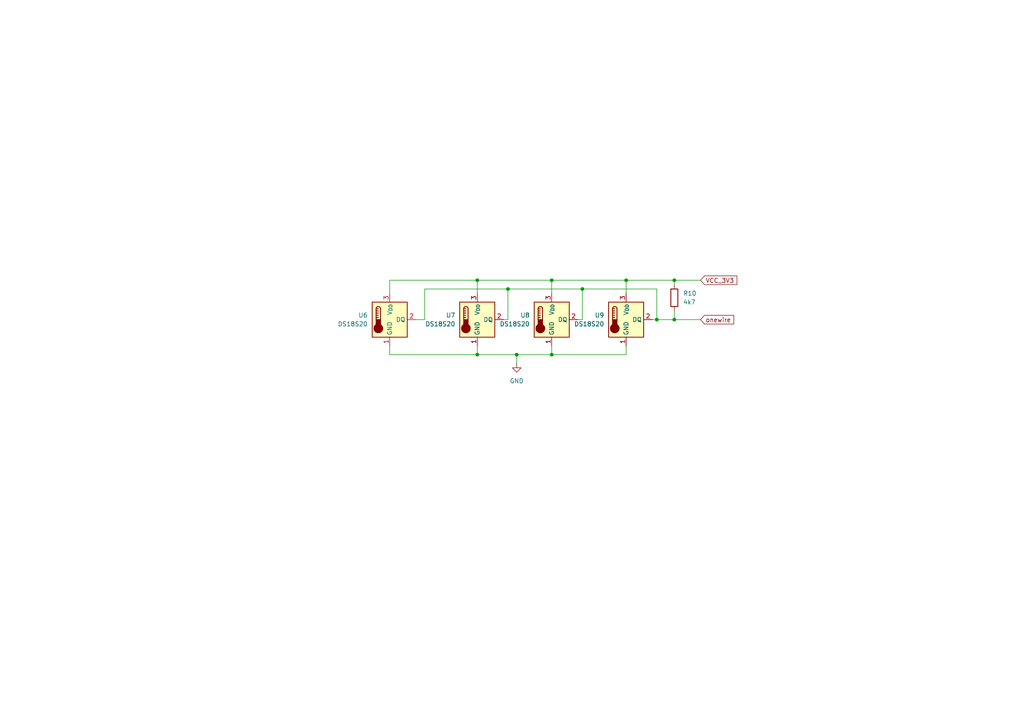
<source format=kicad_sch>
(kicad_sch (version 20231120) (generator "eeschema") (generator_version "8.0")
  (paper "A4")
  (lib_symbols
    (symbol "Device:R" (pin_numbers hide) (pin_names (offset 0))
      (property "Reference" "R" (at 2.032 0 90))
      (property "Value" "R" (at 0 0 90))
      (symbol "R_0_1"
        (rectangle (start -1.016 -2.54) (end 1.016 2.54) (stroke (width 0.254)))
      )
      (symbol "R_1_1"
        (pin passive line (at 0 3.81 270) (length 1.27) (name "~") (number "1"))
        (pin passive line (at 0 -3.81 90) (length 1.27) (name "~") (number "2"))
      )
    )
    (symbol "Sensor_Temperature:DS18S20"
      (property "Reference" "U" (at -3.81 6.35 0))
      (property "Value" "DS18S20" (at 6.35 6.35 0))
      (symbol "DS18S20_0_1"
        (rectangle (start -5.08 5.08) (end 5.08 -5.08) (stroke (width 0.254)) (fill (type background)))
        (circle (center -3.302 -2.54) (radius 1.27) (stroke (width 0.254)) (fill (type outline)))
        (rectangle (start -2.667 -1.905) (end -3.937 0) (stroke (width 0.254)) (fill (type outline)))
        (arc (start -2.667 3.175) (mid -3.302 3.8073) (end -3.937 3.175) (stroke (width 0.254)))
        (polyline (pts (xy -3.937 0.635) (xy -3.302 0.635)) (stroke (width 0.254)))
        (polyline (pts (xy -3.937 1.27) (xy -3.302 1.27)) (stroke (width 0.254)))
        (polyline (pts (xy -3.937 1.905) (xy -3.302 1.905)) (stroke (width 0.254)))
        (polyline (pts (xy -3.937 2.54) (xy -3.302 2.54)) (stroke (width 0.254)))
        (polyline (pts (xy -3.937 3.175) (xy -3.937 0)) (stroke (width 0.254)))
        (polyline (pts (xy -3.937 3.175) (xy -3.302 3.175)) (stroke (width 0.254)))
        (polyline (pts (xy -2.667 3.175) (xy -2.667 0)) (stroke (width 0.254)))
      )
      (symbol "DS18S20_1_1"
        (pin power_in line (at 0 -7.62 90) (length 2.54) (name "GND") (number "1"))
        (pin bidirectional line (at 7.62 0 180) (length 2.54) (name "DQ") (number "2"))
        (pin power_in line (at 0 7.62 270) (length 2.54) (name "V_{DD}") (number "3"))
      )
    )
    (symbol "power:GND" (power) (pin_numbers hide) (pin_names (offset 0) hide)
      (property "Value" "GND" (at 0 -3.81 0))
      (symbol "GND_0_1"
        (polyline (pts (xy 0 0) (xy 0 -1.27) (xy 1.27 -1.27) (xy 0 -2.54) (xy -1.27 -1.27) (xy 0 -1.27)))
      )
      (symbol "GND_1_1"
        (pin power_in line (at 0 0 270) (length 0) (name "~") (number "1"))
      )
    )
  )
  (junction (at 190.5 92.71))
  (junction (at 195.58 92.71))
  (junction (at 181.61 81.28))
  (junction (at 168.91 83.82))
  (junction (at 160.02 81.28))
  (junction (at 160.02 102.87))
  (junction (at 147.32 83.82))
  (junction (at 149.86 102.87))
  (junction (at 138.43 102.87))
  (junction (at 195.58 81.28))
  (junction (at 138.43 81.28))
  (wire (pts (xy 181.61 81.28) (xy 181.61 85.09)))
  (wire (pts (xy 190.5 83.82) (xy 190.5 92.71)))
  (wire (pts (xy 113.03 81.28) (xy 138.43 81.28)))
  (wire (pts (xy 181.61 81.28) (xy 195.58 81.28)))
  (wire (pts (xy 138.43 100.33) (xy 138.43 102.87)))
  (wire (pts (xy 138.43 102.87) (xy 149.86 102.87)))
  (wire (pts (xy 168.91 83.82) (xy 168.91 92.71)))
  (wire (pts (xy 113.03 102.87) (xy 138.43 102.87)))
  (wire (pts (xy 146.05 92.71) (xy 147.32 92.71)))
  (wire (pts (xy 189.23 92.71) (xy 190.5 92.71)))
  (wire (pts (xy 195.58 90.17) (xy 195.58 92.71)))
  (wire (pts (xy 160.02 81.28) (xy 181.61 81.28)))
  (wire (pts (xy 113.03 85.09) (xy 113.03 81.28)))
  (wire (pts (xy 149.86 102.87) (xy 160.02 102.87)))
  (wire (pts (xy 138.43 81.28) (xy 160.02 81.28)))
  (wire (pts (xy 181.61 102.87) (xy 160.02 102.87)))
  (wire (pts (xy 147.32 83.82) (xy 147.32 92.71)))
  (wire (pts (xy 168.91 83.82) (xy 190.5 83.82)))
  (wire (pts (xy 160.02 81.28) (xy 160.02 85.09)))
  (wire (pts (xy 167.64 92.71) (xy 168.91 92.71)))
  (wire (pts (xy 120.65 92.71) (xy 123.19 92.71)))
  (wire (pts (xy 138.43 81.28) (xy 138.43 85.09)))
  (wire (pts (xy 195.58 81.28) (xy 203.2 81.28)))
  (wire (pts (xy 190.5 92.71) (xy 195.58 92.71)))
  (wire (pts (xy 149.86 102.87) (xy 149.86 105.41)))
  (wire (pts (xy 181.61 100.33) (xy 181.61 102.87)))
  (wire (pts (xy 160.02 100.33) (xy 160.02 102.87)))
  (wire (pts (xy 123.19 92.71) (xy 123.19 83.82)))
  (wire (pts (xy 113.03 100.33) (xy 113.03 102.87)))
  (wire (pts (xy 123.19 83.82) (xy 147.32 83.82)))
  (wire (pts (xy 195.58 92.71) (xy 203.2 92.71)))
  (wire (pts (xy 147.32 83.82) (xy 168.91 83.82)))
  (wire (pts (xy 195.58 81.28) (xy 195.58 82.55)))
  (global_label "VCC_3V3" (shape input) (at 203.2 81.28 0) (property "Intersheetrefs" "${INTERSHEET_REFS}" (effects (hide yes))))
  (global_label "onewire" (shape input) (at 203.2 92.71 0) (property "Intersheetrefs" "${INTERSHEET_REFS}" (effects (hide yes))))
  (symbol (lib_id "Device:R") (at 195.58 86.36 180) (unit 1)
    (property "Reference" "R10" (at 198.12 85.0899 0) (effects (justify right)))
    (property "Value" "4k7" (at 198.12 87.6299 0) (effects (justify right)))
    (property "Footprint" "Resistor_SMD:R_0201_0603Metric" (effects (hide yes)))
    (property "Description" "Resistor" (effects (hide yes)))
    (property "LCSC Part # " "C23162" (effects (hide yes)))
  )
  (symbol (lib_id "Sensor_Temperature:DS18S20") (at 160.02 92.71 0) (unit 1) (in_bom no)
    (property "Reference" "U8" (at 153.67 91.4399 0) (effects (justify right)))
    (property "Value" "DS18S20" (at 153.67 93.9799 0) (effects (justify right)))
    (property "Footprint" "Package_TO_SOT_THT:TO-92L_HandSolder" (effects (hide yes)))
    (property "Datasheet" "http://datasheets.maximintegrated.com/en/ds/DS18S20.pdf" (effects (hide yes)))
    (property "Description" "High-Precision 1-Wire Digital Thermometer TO-92" (effects (hide yes)))
  )
  (symbol (lib_id "power:GND") (at 149.86 105.41 0) (unit 1)
    (property "Reference" "#PWR026" (effects (hide yes)))
    (property "Value" "GND" (at 149.86 110.49 0))
    (property "Description" "Power symbol creates a global label with name \"GND\" , ground" (effects (hide yes)))
  )
  (symbol (lib_id "Sensor_Temperature:DS18S20") (at 138.43 92.71 0) (unit 1) (in_bom no)
    (property "Reference" "U7" (at 132.08 91.4399 0) (effects (justify right)))
    (property "Value" "DS18S20" (at 132.08 93.9799 0) (effects (justify right)))
    (property "Footprint" "Package_TO_SOT_THT:TO-92L_HandSolder" (effects (hide yes)))
    (property "Datasheet" "http://datasheets.maximintegrated.com/en/ds/DS18S20.pdf" (effects (hide yes)))
    (property "Description" "High-Precision 1-Wire Digital Thermometer TO-92" (effects (hide yes)))
  )
  (symbol (lib_id "Sensor_Temperature:DS18S20") (at 181.61 92.71 0) (unit 1) (in_bom no)
    (property "Reference" "U9" (at 175.26 91.4399 0) (effects (justify right)))
    (property "Value" "DS18S20" (at 175.26 93.9799 0) (effects (justify right)))
    (property "Footprint" "Package_TO_SOT_THT:TO-92L_HandSolder" (effects (hide yes)))
    (property "Datasheet" "http://datasheets.maximintegrated.com/en/ds/DS18S20.pdf" (effects (hide yes)))
    (property "Description" "High-Precision 1-Wire Digital Thermometer TO-92" (effects (hide yes)))
  )
  (symbol (lib_id "Sensor_Temperature:DS18S20") (at 113.03 92.71 0) (unit 1) (in_bom no)
    (property "Reference" "U6" (at 106.68 91.4399 0) (effects (justify right)))
    (property "Value" "DS18S20" (at 106.68 93.9799 0) (effects (justify right)))
    (property "Footprint" "Package_TO_SOT_THT:TO-92L_HandSolder" (effects (hide yes)))
    (property "Datasheet" "http://datasheets.maximintegrated.com/en/ds/DS18S20.pdf" (effects (hide yes)))
    (property "Description" "High-Precision 1-Wire Digital Thermometer TO-92" (effects (hide yes)))
  )
)
</source>
